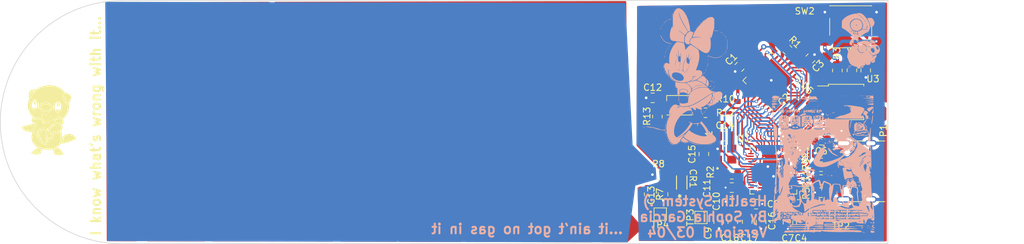
<source format=kicad_pcb>
(kicad_pcb (version 20221018) (generator pcbnew)
  (layers (0 "F.Cu" signal) (31 "B.Cu" signal) (34 "B.Paste" user) (35 "F.Paste" user) (36 "B.SilkS" user "B.Silkscreen") (37 "F.SilkS" user "F.Silkscreen") (38 "B.Mask" user) (39 "F.Mask" user) (44 "Edge.Cuts" user))
  (net 0 "")
  (net 1 "/GPIO29_ADC3")
  (net 2 "GND")
  (net 3 "VBUS")
  (net 4 "/USBCC")
  (net 5 "/USB_D+")
  (net 6 "/USB_D-")
  (net 7 "/USBVCONN")
  (net 8 "/CANH-")
  (net 9 "/CANL-")
  (net 10 "Net-(C15-Pad2)")
  (net 11 "/XOUT")
  (net 12 "Net-(R3-Pad1)")
  (net 13 "/QSPI_SS")
  (net 14 "+3V3")
  (net 15 "Net-(R7-Pad2)")
  (net 16 "unconnected-(R8-Pad1)")
  (net 17 "Net-(U1-USB_DP)")
  (net 18 "Net-(D1-RK)")
  (net 19 "/GPIO0")
  (net 20 "Net-(U1-USB_DM)")
  (net 21 "Net-(D1-GK)")
  (net 22 "/GPIO1")
  (net 23 "Net-(D1-BK)")
  (net 24 "/GPIO2")
  (net 25 "/ADC_AVDD")
  (net 26 "/XIN")
  (net 27 "+1V1")
  (net 28 "/SWCLK")
  (net 29 "/SWD")
  (net 30 "/GPIO20")
  (net 31 "/GPIO21")
  (net 32 "/QPI_SD2")
  (net 33 "/QPI_SD3")
  (net 34 "/QSPI_SCLK")
  (net 35 "/QPI_SD1")
  (net 36 "/QSPI_SD0")
  (net 37 "/GPIO11")
  (net 38 "/GPIO12")
  (net 39 "/GPIO13")
  (net 40 "/GPIO14")
  (net 41 "/GPIO15")
  (net 42 "/GPIO16")
  (net 43 "/GPIO4")
  (net 44 "/GPIO5")
  (net 45 "/GPIO6")
  (net 46 "/GPIO7")
  (net 47 "/GPIO8")
  (net 48 "/GPIO9")
  (net 49 "/GPIO10")
  (net 50 "Net-(U5-RXD)")
  (net 51 "/RXCAN")
  (net 56 "Net-(CR1-Pad2)")
  (net 57 "/GPIO3")
  (net 58 "/GPIO17")
  (net 59 "/GPIO18")
  (net 60 "/GPIO19")
  (net 61 "/GPIO22")
  (net 62 "/GPIO23")
  (net 63 "/GPIO24")
  (net 64 "/GPIO25")
  (net 65 "/GPIO26_ADC0")
  (net 66 "/GPIO27_ADC1")
  (net 67 "/GPIO28_ADC2")
  (footprint "Package_SO:SOIC-8_5.23x5.23mm_P1.27mm" (layer "F.Cu") (at 192.49 108.2)
    (fp_text reference "U3")
    (fp_text value "W25Q16JVSS" hide)
  )
  (footprint "Inductor_SMD:L_0603_1608Metric" (layer "F.Cu") (at 185.1275 123.75 180)
    (fp_text reference "L1" hide)
    (fp_text value "2506031027Y0" hide)
  )
  (footprint "Capacitor_SMD:C_0805_2012Metric" (layer "F.Cu") (at 173.86 113.45)
    (fp_text reference "C14")
    (fp_text value "15p" hide)
  )
  (footprint "Resistor_SMD:R_0805_2012Metric" (layer "F.Cu") (at 188.64 122.15 180)
    (fp_text reference "R5")
    (fp_text value "56k" hide)
  )
  (footprint "Resistor_SMD:R_0805_2012Metric" (layer "F.Cu") (at 163.62 119.38)
    (fp_text reference "R8")
    (fp_text value "2.4k" hide)
  )
  (footprint "TestPoint:TestPoint_Pad_1.5x1.5mm" (layer "F.Cu") (at 163.89 125.45 180)
    (fp_text reference "TP4")
    (fp_text value "TestPoint" hide)
  )
  (footprint "Resistor_SMD:R_0805_2012Metric" (layer "F.Cu") (at 170.85 109.86)
    (fp_text reference "R12")
    (fp_text value "330" hide)
  )
  (footprint "Capacitor_SMD:C_0805_2012Metric" (layer "F.Cu") (at 195.51 103.35 -90)
    (fp_text reference "C5")
    (fp_text value "100n" hide)
  )
  (footprint "Capacitor_SMD:C_0805_2012Metric" (layer "F.Cu") (at 186.998629 101.498629 -135)
    (fp_text reference "C3")
    (fp_text value "100n" hide)
  )
  (footprint "ABM8G_crystal:XTAL_ABM8G-12.000MHZ-4Y-T3" (layer "F.Cu") (at 173.8 116.22 90)
    (fp_text reference "Y1")
    (fp_text value "AMB8G-12.0Hz" hide)
  )
  (footprint "Capacitor_SMD:C_0805_2012Metric" (layer "F.Cu") (at 174.9 121.37 180)
    (fp_text reference "C11")
    (fp_text value "100n" hide)
  )
  (footprint "Capacitor_SMD:C_0805_2012Metric" (layer "F.Cu") (at 185.59 126.74 -90)
    (fp_text reference "C4")
    (fp_text value "100n" hide)
  )
  (footprint "LED_SMD:LED_Cree-PLCC4_3.2x2.8mm_CCW" (layer "F.Cu") (at 166.84 108.71)
    (fp_text reference "D1" hide)
    (fp_text value "CLV1L-FKB" hide)
  )
  (footprint "Package_DFN_QFN:QFN-28-1EP_6x6mm_P0.65mm_EP4.8x4.8mm" (layer "F.Cu") (at 180.997258 104.9 135)
    (fp_text reference "U5")
    (fp_text value "MCP25625T-E/ML" hide)
  )
  (footprint "Resistor_SMD:R_0805_2012Metric" (layer "F.Cu") (at 170.85 107.74)
    (fp_text reference "R10")
    (fp_text value "330" hide)
  )
  (footprint "Resistor_SMD:R_0805_2012Metric" (layer "F.Cu") (at 191.15 103.3575 -90)
    (fp_text reference "R3")
    (fp_text value "1k" hide)
  )
  (footprint "Capacitor_SMD:C_0805_2012Metric" (layer "F.Cu") (at 179.41 126.65 -90)
    (fp_text reference "C16")
    (fp_text value "100n" hide)
  )
  (footprint "Button_Switch_SMD:SW_Push_1P1T_NO_6x6mm_H9.5mm" (layer "F.Cu") (at 193.2 96.63 180)
    (fp_text reference "SW2")
    (fp_text value "SW_Push_Dual" hide)
  )
  (footprint "Capacitor_SMD:C_0805_2012Metric" (layer "F.Cu") (at 170.61 116.21 -90)
    (fp_text reference "C15")
    (fp_text value "15p" hide)
  )
  (footprint "in1418wx-tp:CR_SOD323_MCC" (layer "F.Cu") (at 167.2 120.5903 90)
    (fp_text reference "CR1")
    (fp_text value "1N4148WX-TP" hide)
  )
  (footprint "TestPoint:TestPoint_Pad_1.5x1.5mm" (layer "F.Cu") (at 170.16 125.97 90)
    (fp_text reference "TP3")
    (fp_text value "TestPoint" hide)
  )
  (footprint "Resistor_SMD:R_0805_2012Metric" (layer "F.Cu") (at 188.66 116.12 180)
    (fp_text reference "R14")
    (fp_text value "56k" hide)
  )
  (footprint "Capacitor_SMD:C_0805_2012Metric" (layer "F.Cu") (at 184.12 109.02 45)
    (fp_text reference "C2")
    (fp_text value "100n" hide)
  )
  (footprint "Resistor_SMD:R_0805_2012Metric" (layer "F.Cu") (at 183.47 100.16 -45)
    (fp_text reference "R1")
    (fp_text value "120" hide)
  )
  (footprint "Resistor_SMD:R_0805_2012Metric" (layer "F.Cu") (at 163.46 110.44 -90)
    (fp_text reference "R13")
    (fp_text value "330" hide)
  )
  (footprint "Capacitor_SMD:C_0805_2012Metric" (layer "F.Cu") (at 188.66 114.07 180)
    (fp_text reference "C6")
    (fp_text value "1u" hide)
  )
  (footprint "Resistor_SMD:R_0805_2012Metric" (layer "F.Cu") (at 193.39 103.33 -90)
    (fp_text reference "R6")
    (fp_text value "10k" hide)
  )
  (footprint "Package_TO_SOT_SMD:TSOT-23" (layer "F.Cu") (at 188.45 125.38 -90)
    (fp_text reference "U4" hide)
    (fp_text value "~")
  )
  (footprint "Capacitor_SMD:C_0805_2012Metric" (layer "F.Cu") (at 183.55 126.73 -90)
    (fp_text reference "C7")
    (fp_text value "10u" hide)
  )
  (footprint "graphics:oshowatt" (layer "F.Cu") (at 69.8464 110.9819)
    (fp_text reference "G")
    (fp_text value "LOGO" hide)
  )
  (footprint "Resistor_SMD:R_0805_2012Metric" (layer "F.Cu") (at 188.65 120.15 180)
    (fp_text reference "R11")
    (fp_text value "27" hide)
  )
  (footprint "Package_DFN_QFN:QFN-56-1EP_7x7mm_P0.4mm_EP3.2x3.2mm" (layer "F.Cu") (at 181.2925 118.76 -90)
    (fp_text reference "U1")
    (fp_text value "RP2040" hide)
  )
  (footprint "Capacitor_SMD:C_0805_2012Metric" (layer "F.Cu") (at 175.06 126.65 -90)
    (fp_text reference "C18")
    (fp_text value "100n" hide)
  )
  (footprint "Connector_USB:USB_C_Receptacle_GCT_USB4105-xx-A_16P_TopMnt_Horizontal" (layer "F.Cu") (at 195.2125 118.87 90)
    (fp_text reference "P1")
    (fp_text value "USB_C_Plug_USB2.0" hide)
  )
  (footprint "Capacitor_SMD:C_0805_2012Metric" (layer "F.Cu") (at 177.27 126.64 -90)
    (fp_text reference "C17")
    (fp_text value "100n" hide)
  )
  (footprint "Capacitor_SMD:C_0805_2012Metric" (layer "F.Cu") (at 162.73 107.57 180)
    (fp_text reference "C12")
    (fp_text value "1u" hide)
  )
  (footprint "Capacitor_SMD:C_0805_2012Metric" (layer "F.Cu") (at 164.33 122.4025 -90)
    (fp_text reference "C13")
    (fp_text value "1u" hide)
  )
  (footprint "Resistor_SMD:R_0805_2012Metric" (layer "F.Cu") (at 162.19 122.4025 -90)
    (fp_text reference "R7")
    (fp_text value "450m" hide)
  )
  (footprint "Capacitor_SMD:C_0805_2012Metric" (layer "F.Cu") (at 174.86 123.49 180)
    (fp_text reference "C10")
    (fp_text value "100n" hide)
  )
  (footprint "Capacitor_SMD:C_0805_2012Metric" (layer "F.Cu") (at 178.65 123.92)
    (fp_text reference "C8")
    (fp_text value "1u" hide)
  )
  (footprint "Capacitor_SMD:C_0805_2012Metric" (layer "F.Cu") (at 172.89 126.64 -90)
    (fp_text reference "C9")
    (fp_text value "1u" hide)
  )
  (footprint "Resistor_SMD:R_0805_2012Metric" (layer "F.Cu") (at 174.9025 119.32)
    (fp_text reference "R2")
    (fp_text value "1k" hide)
  )
  (footprint "Resistor_SMD:R_0805_2012Metric" (layer "F.Cu") (at 188.63 118.15 180)
    (fp_text reference "R9")
    (fp_text value "27" hide)
  )
  (footprint "TestPoint:TestPoint_Pad_1.5x1.5mm" (layer "F.Cu") (at 191.72 125.63 180)
    (fp_text reference "TP2")
    (fp_text value "TestPoint" hide)
  )
  (footprint "Capacitor_SMD:C_0805_2012Metric" (layer "F.Cu") (at 176.087258 102.8 -135)
    (fp_text reference "C1")
    (fp_text value "100n" hide)
  )
  (footprint "graphics:mamut" (layer "B.Cu") (at 189.21 117.52 180)
    (fp_text reference "G***" hide)
    (fp_text value "LOGO" hide)
  )
  (footprint "graphics:gir" (layer "B.Cu") (at 193.8 98.79 180)
    (fp_text reference "G***" hide)
    (fp_text value "LOGO" hide)
  )
  (footprint "graphics:minnie" (layer "B.Cu") (at 168.49 104.21 180)
    (fp_text reference "G***" hide)
    (fp_text value "LOGO" hide)
  )
  (gr_line (start 198.92 92.56) (end 81.06 92.62) (stroke (width 0.1)) (layer "Edge.Cuts"))
  (gr_arc locked (start 81.06 130.02) (mid 62.3577 111.3177) (end 81.06 92.6154) (stroke (width 0.1)) (layer "Edge.Cuts"))
  (gr_line (start 81.06 130.02) (end 198.91 129.96) (stroke (width 0.1)) (layer "Edge.Cuts"))
  (gr_line (start 198.91 129.96) (end 198.92 92.56) (stroke (width 0.1)) (layer "Edge.Cuts"))
  (gr_text "Health System :)\nBy Sophia Garcia \nVersion I 03/04" (at 180.55 129.16) (layer "B.SilkS") (effects (font (size 1.5 1.5) (thickness 0.3) bold) (justify left bottom mirror)))
  (gr_text "...it ain't got no gas in it" (at 158.3297 128.6114) (layer "B.SilkS") (effects (font (size 1.5 1.5) (thickness 0.3) bold) (justify left bottom mirror)))
  (gr_text "I know what's wrong with it...\n" (at 77.9056 128.9472 90) (layer "F.SilkS") (effects (font (size 1.5 1.5) (thickness 0.3) bold) (justify left bottom)))
  (segment (start 84.1498 127.7977) (end 84.1498 95.0577) (width 3) (layer "F.Cu") (net 0))
  (segment (start 94.4198 127.7177) (end 94.4198 94.9777) (width 3) (layer "F.Cu") (net 0))
  (segment (start 104.1798 127.5277) (end 104.1798 94.7877) (width 3) (layer "F.Cu") (net 0))
  (segment (start 114.1098 127.7577) (end 114.1098 95.0177) (width 3) (layer "F.Cu") (net 0))
  (segment (start 133.6498 127.7377) (end 133.6498 94.9977) (width 3) (layer "F.Cu") (net 0))
  (segment (start 123.5098 127.6777) (end 123.5098 94.9377) (width 3) (layer "F.Cu") (net 0))
  (segment (start 144.0698 127.5677) (end 144.0698 94.8277) (width 3) (layer "F.Cu") (net 0))
  (segment (start 154.1698 127.9477) (end 154.1698 95.2077) (width 3) (layer "F.Cu") (net 0))
  (segment (start 181.06 125.49) (end 183.1 123.45) (width 0.5) (layer "F.Cu") (net 1))
  (segment (start 183.4925 123.0475) (end 183.1 123.44) (width 0.2) (layer "F.Cu") (net 1))
  (segment (start 183.1 123.45) (end 183.1 123.44) (width 0.5) (layer "F.Cu") (net 1))
  (segment (start 169.46 128.75) (end 180.22 128.75) (width 0.5) (layer "F.Cu") (net 1))
  (segment (start 180.22 128.75) (end 181.06 127.91) (width 0.5) (layer "F.Cu") (net 1))
  (segment (start 181.06 127.91) (end 181.06 125.49) (width 0.5) (layer "F.Cu") (net 1))
  (segment (start 167.2 121.7206) (end 167.2 126.49) (width 0.5) (layer "F.Cu") (net 1))
  (segment (start 167.2 126.49) (end 169.46 128.75) (width 0.5) (layer "F.Cu") (net 1))
  (segment (start 183.4925 122.1975) (end 183.4925 123.0475) (width 0.2) (layer "F.Cu") (net 1))
  (segment (start 183.82 111.72) (end 182.93 110.83) (width 0.5) (layer "F.Cu") (net 2))
  (segment (start 186.43 126.85) (end 185.59 127.69) (width 0.5) (layer "F.Cu") (net 2))
  (segment (start 180.997258 104.887258) (end 180.98 104.87) (width 0.25) (layer "F.Cu") (net 2))
  (segment (start 183.53 127.72) (end 183.53 127.66) (width 0.5) (layer "F.Cu") (net 2))
  (segment (start 180.967258 104.87) (end 180.98 104.87) (width 0.25) (layer "F.Cu") (net 2))
  (segment (start 172.91 115.16) (end 172.7 115.37) (width 0.5) (layer "F.Cu") (net 2))
  (segment (start 182.93 110.83) (end 182.93 110.21) (width 0.5) (layer "F.Cu") (net 2))
  (segment (start 180.997258 104.9) (end 180.997258 104.887258) (width 0.25) (layer "F.Cu") (net 2))
  (segment (start 187.7475 114.1075) (end 187.7475 116.12) (width 0.5) (layer "F.Cu") (net 2))
  (segment (start 179.43 127.58) (end 179.41 127.6) (width 0.5) (layer "F.Cu") (net 2))
  (segment (start 173.08 115.37) (end 172.7 115.37) (width 0.25) (layer "F.Cu") (net 2))
  (segment (start 179.44 127.69) (end 177.28 127.6) (width 0.5) (layer "F.Cu") (net 2))
  (segment (start 178.239541 104.9) (end 180.997258 104.9) (width 0.25) (layer "F.Cu") (net 2))
  (segment (start 178.6 120.56) (end 177.855 120.56) (width 0.2) (layer "F.Cu") (net 2))
  (segment (start 192.1075 114.55) (end 191.95 114.55) (width 0.5) (layer "F.Cu") (net 2))
  (segment (start 191.95 114.55) (end 191.5325 114.9675) (width 0.5) (layer "F.Cu") (net 2))
  (segment (start 191.5325 114.9675) (end 191.5325 115.67) (width 0.5) (layer "F.Cu") (net 2))
  (segment (start 178.68 117.76) (end 177.855 117.76) (width 0.2) (layer "F.Cu") (net 2))
  (segment (start 172.88 127.55) (end 172.87 127.54) (width 0.5) (layer "F.Cu") (net 2))
  (segment (start 174.9 117.07) (end 174.78 117.07) (width 0.25) (layer "F.Cu") (net 2))
  (segment (start 170.61 115.26) (end 172.57 115.26) (width 0.5) (layer "F.Cu") (net 2))
  (segment (start 177.27 127.59) (end 175.07 127.59) (width 0.5) (layer "F.Cu") (net 2))
  (segment (start 177.28 127.6) (end 177.27 127.59) (width 0.5) (layer "F.Cu") (net 2))
  (segment (start 185.59 127.69) (end 183.56 127.69) (width 0.5) (layer "F.Cu") (net 2))
  (segment (start 174.78 117.07) (end 173.08 115.37) (width 0.25) (layer "F.Cu") (net 2))
  (segment (start 183.56 127.69) (end 183.59 127.72) (width 0.5) (layer "F.Cu") (net 2))
  (segment (start 191.5325 122.615) (end 192.1075 123.19) (width 0.5) (layer "F.Cu") (net 2))
  (segment (start 177.505918 105.633623) (end 178.239541 104.9) (width 0.25) (layer "F.Cu") (net 2))
  (segment (start 191.5325 122.07) (end 191.5325 122.615) (width 0.5) (layer "F.Cu") (net 2))
  (segment (start 175.07 127.59) (end 175.06 127.6) (width 0.5) (layer "F.Cu") (net 2))
  (segment (start 175.06 127.6) (end 172.9 127.6) (width 0.5) (layer "F.Cu") (net 2))
  (segment (start 178.884776 102.787518) (end 180.967258 104.87) (width 0.25) (layer "F.Cu") (net 2))
  (segment (start 172.57 115.26) (end 172.72 115.41) (width 0.5) (layer "F.Cu") (net 2))
  (segment (start 183.53 127.66) (end 183.55 127.68) (width 0.5) (layer "F.Cu") (net 2))
  (segment (start 179.41 127.6) (end 179.44 127.69) (width 0.5) (layer "F.Cu") (net 2))
  (segment (start 187.71 114.07) (end 187.7475 114.1075) (width 0.5) (layer "F.Cu") (net 2))
  (segment (start 178.8 117.64) (end 178.68 117.76) (width 0.2) (layer "F.Cu") (net 2))
  (segment (start 172.91 113.45) (end 172.91 115.16) (width 0.5) (layer "F.Cu") (net 2))
  (segment (start 188.45 126.69) (end 186.43 126.69) (width 0.5) (layer "F.Cu") (net 2))
  (segment (start 182.93 110.21) (end 183.448249 109.691751) (width 0.5) (layer "F.Cu") (net 2))
  (segment (start 183.59 127.72) (end 183.53 127.72) (width 0.5) (layer "F.Cu") (net 2))
  (via (at 189.225 94.38) (size 0.8) (drill 0.4) (layers "F.Cu" "B.Cu") (net 2))
  (via (at 182.24 118.1) (size 0.8) (drill 0.4) (layers "F.Cu" "B.Cu") (net 2))
  (via (at 180.98 104.87) (size 0.8) (drill 0.4) (layers "F.Cu" "B.Cu") (net 2))
  (via (at 195.53 104.42) (size 0.8) (drill 0.4) (layers "F.Cu" "B.Cu") (net 2))
  (via (at 172.94 127.67) (size 0.8) (drill 0.4) (layers "F.Cu" "B.Cu") (net 2))
  (via (at 188.89 110.105) (size 0.8) (drill 0.4) (layers "F.Cu" "B.Cu") (net 2))
  (via (at 183.53 127.72) (size 0.5) (drill 0.3) (layers "F.Cu" "B.Cu") (net 2))
  (via (at 164.3 123.37) (size 0.5) (drill 0.3) (layers "F.Cu" "B.Cu") (net 2))
  (via micro (at 178.6 120.56) (size 0.3) (drill 0.1) (layers "F.Cu" "B.Cu") (net 2))
  (via (at 197.175 94.38) (size 0.8) (drill 0.4) (layers "F.Cu" "B.Cu") (net 2))
  (via (at 175.42 103.51) (size 0.8) (drill 0.4) (layers "F.Cu" "B.Cu") (net 2))
  (via (at 172.72 115.41) (size 0.8) (drill 0.4) (layers "F.Cu" "B.Cu") (net 2))
  (via (at 181.32 119.64) (size 0.8) (drill 0.4) (layers "F.Cu" "B.Cu") (net 2))
  (via (at 179.58 123.89) (size 0.5) (drill 0.3) (layers "F.Cu" "B.Cu") (net 2))
  (via (at 161.73 107.56) (size 0.8) (drill 0.4) (layers "F.Cu" "B.Cu") (net 2))
  (via (at 187.71 116.07) (size 0.8) (drill 0.4) (layers "F.Cu" "B.Cu") (net 2))
  (via (at 180.45 118.14) (size 0.8) (drill 0.4) (layers "F.Cu" "B.Cu") (net 2))
  (via (at 173.95 121.37) (size 0.5) (drill 0.3) (layers "F.Cu" "B.Cu") (net 2))
  (via micro (at 178.8 117.64) (size 0.3) (drill 0.1) (layers "F.Cu" "B.Cu") (net 2))
  (via (at 179.44 127.69) (size 0.5) (drill 0.3) (layers "F.Cu" "B.Cu") (net 2))
  (via (at 173.94 123.53) (size 0.5) (drill 0.3) (layers "F.Cu" "B.Cu") (net 2))
  (via (at 187.73 122.13) (size 0.5) (drill 0.3) (layers "F.Cu" "B.Cu") (net 2))
  (via (at 183.82 111.72) (size 0.8) (drill 0.4) (layers "F.Cu" "B.Cu") (net 2))
  (via (at 187.63 100.91) (size 0.8) (drill 0.4) (layers "F.Cu" "B.Cu") (net 2))
  (segment (start 193.34 120.0475) (end 192.6575 120.73) (width 0.5) (layer "F.Cu") (net 3))
  (segment (start 176.77 101.93) (end 176.77 100.45) (width 0.5) (layer "F.Cu") (net 3))
  (segment (start 189.72 110.84) (end 188.7 110.84) (width 0.25) (layer "F.Cu") (net 3))
  (segment (start 177.298249 102.128249) (end 176.759009 102.128249) (width 0.25) (layer "F.Cu") (net 3))
  (segment (start 191.5325 121.27) (end 192.1175 121.27) (width 0.2) (layer "F.Cu") (net 3))
  (segment (start 189.4 124.07) (end 189.4 123.85) (width 0.2) (layer "F.Cu") (net 3))
  (segment (start 176.77 100.45) (end 180.47 96.75) (width 0.5) (layer "F.Cu") (net 3))
  (segment (start 192.6575 120.73) (end 192.2875 121.1) (width 0.2) (layer "F.Cu") (net 3))
  (segment (start 192.6575 117.01) (end 193.34 117.6925) (width 0.5) (layer "F.Cu") (net 3))
  (segment (start 189.4 123.85) (end 190.45 122.8) (width 0.25) (layer "F.Cu") (net 3))
  (segment (start 192.81 96.75) (end 197.13 101.07) (width 0.5) (layer "F.Cu") (net 3))
  (segment (start 178.417138 103.247138) (end 177.298249 102.128249) (width 0.25) (layer "F.Cu") (net 3))
  (segment (start 197.13 101.07) (end 197.13 104.74) (width 0.5) (layer "F.Cu") (net 3))
  (segment (start 193.34 117.6925) (end 193.34 120.0475) (width 0.5) (layer "F.Cu") (net 3))
  (segment (start 195.26 105.3) (end 190.91 109.65) (width 0.5) (layer "F.Cu") (net 3))
  (segment (start 190.45 122.8) (end 190.45 121.85) (width 0.25) (layer "F.Cu") (net 3))
  (segment (start 176.759009 101.940991) (end 176.77 101.93) (width 0.5) (layer "F.Cu") (net 3))
  (segment (start 180.47 96.75) (end 192.81 96.75) (width 0.5) (layer "F.Cu") (net 3))
  (segment (start 192.1175 116.47) (end 192.6575 117.01) (width 0.2) (layer "F.Cu") (net 3))
  (segment (start 196.57 105.3) (end 195.26 105.3) (width 0.5) (layer "F.Cu") (net 3))
  (segment (start 190.45 116.02) (end 190.45 114.91) (width 0.25) (layer "F.Cu") (net 3))
  (segment (start 190.45 121.85) (end 191.03 121.27) (width 0.25) (layer "F.Cu") (net 3))
  (segment (start 176.759009 102.128249) (end 176.759009 101.940991) (width 0.25) (layer "F.Cu") (net 3))
  (segment (start 178.425157 103.247138) (end 178.417138 103.247138) (width 0.25) (layer "F.Cu") (net 3))
  (segment (start 190.9 116.47) (end 190.45 116.02) (width 0.25) (layer "F.Cu") (net 3))
  (segment (start 191.03 121.27) (end 191.5325 121.27) (width 0.25) (layer "F.Cu") (net 3))
  (segment (start 188.41 111.13) (end 188.41 112.87) (width 0.25) (layer "F.Cu") (net 3))
  (segment (start 188.7 110.84) (end 188.41 111.13) (width 0.25) (layer "F.Cu") (net 3))
  (segment (start 188.41 112.87) (end 189.61 114.07) (width 0.25) (layer "F.Cu") (net 3))
  (segment (start 191.5325 116.47) (end 190.9 116.47) (width 0.25) (layer "F.Cu") (net 3))
  (segment (start 190.91 109.65) (end 189.72 110.84) (width 0.25) (layer "F.Cu") (net 3))
  (segment (start 190.45 114.91) (end 189.61 114.07) (width 0.25) (layer "F.Cu") (net 3))
  (segment (start 192.1175 121.27) (end 192.2875 121.1) (width 0.2) (layer "F.Cu") (net 3))
  (segment (start 197.13 104.74) (end 196.57 105.3) (width 0.5) (layer "F.Cu") (net 3))
  (segment (start 191.5325 116.47) (end 192.1175 116.47) (width 0.2) (layer "F.Cu") (net 3))
  (segment (start 189.5525 122.15) (end 189.5525 121.9075) (width 0.2) (layer "F.Cu") (net 4))
  (segment (start 190.83 120.12) (end 191.5325 120.12) (width 0.25) (layer "F.Cu") (net 4))
  (segment (start 190.61 120.34) (end 190.83 120.12) (width 0.25) (layer "F.Cu") (net 4))
  (segment (start 190.61 120.85) (end 190.61 120.34) (width 0.25) (layer "F.Cu") (net 4))
  (segment (start 190.22 121.24) (end 190.61 120.85) (width 0.25) (layer "F.Cu") (net 4))
  (segment (start 189.5525 121.9075) (end 190.22 121.24) (width 0.2) (layer "F.Cu") (net 4))
  (segment (start 192.21 118.12) (end 191.5325 118.12) (width 0.2) (layer "F.Cu") (net 5))
  (segment (start 192.22 119.12) (end 192.43 118.91) (width 0.2) (layer "F.Cu") (net 5))
  (segment (start 191.5325 119.12) (end 192.22 119.12) (width 0.2) (layer "F.Cu") (net 5))
  (segment (start 192.43 118.34) (end 192.21 118.12) (width 0.2) (layer "F.Cu") (net 5))
  (segment (start 191.5025 118.15) (end 191.5325 118.12) (width 0.2) (layer "F.Cu") (net 5))
  (segment (start 189.5425 118.15) (end 191.5025 118.15) (width 0.25) (layer "F.Cu") (net 5))
  (segment (start 192.43 118.91) (end 192.43 118.34) (width 0.2) (layer "F.Cu") (net 5))
  (segment (start 191.5325 118.62) (end 190.88 118.62) (width 0.2) (layer "F.Cu") (net 6))
  (segment (start 190.88 119.62) (end 191.5325 119.62) (width 0.2) (layer "F.Cu") (net 6))
  (segment (start 190.23 119.4) (end 190.63 119.4) (width 0.25) (layer "F.Cu") (net 6))
  (segment (start 189.5625 120.0675) (end 190.23 119.4) (width 0.25) (layer "F.Cu") (net 6))
  (segment (start 190.66 119.4) (end 190.88 119.62) (width 0.2) (layer "F.Cu") (net 6))
  (segment (start 190.64 118.86) (end 190.64 119.39) (width 0.2) (layer "F.Cu") (net 6))
  (segment (start 190.63 119.4) (end 190.66 119.4) (width 0.2) (layer "F.Cu") (net 6))
  (segment (start 190.88 118.62) (end 190.64 118.86) (width 0.2) (layer "F.Cu") (net 6))
  (segment (start 189.5625 120.15) (end 189.5625 120.0675) (width 0.2) (layer "F.Cu") (net 6))
  (segment (start 189.85 116.12) (end 190.85 117.12) (width 0.25) (layer "F.Cu") (net 7))
  (segment (start 191.5325 117.12) (end 191.5325 117.62) (width 0.2) (layer "F.Cu") (net 7))
  (segment (start 190.85 117.12) (end 191.5325 117.12) (width 0.25) (layer "F.Cu") (net 7))
  (segment (start 189.5725 116.12) (end 189.85 116.12) (width 0.2) (layer "F.Cu") (net 7))
  (segment (start 182.824765 99.514765) (end 182.755235 99.514765) (width 0.5) (layer "F.Cu") (net 8))
  (segment (start 182.755235 99.514765) (end 182.687258 99.582742) (width 0.5) (layer "F.Cu") (net 8))
  (segment (start 182.687258 101.34) (end 182.687258 101.122742) (width 0.25) (layer "F.Cu") (net 8))
  (segment (start 182.190501 101.86828) (end 182.687258 101.371523) (width 0.25) (layer "F.Cu") (net 8))
  (segment (start 182.687258 101.371523) (end 182.687258 101.34) (width 0.25) (layer "F.Cu") (net 8))
  (segment (start 182.687258 99.582742) (end 182.687258 101.122742) (width 0.5) (layer "F.Cu") (net 8))
  (segment (start 184.115235 100.805235) (end 184.115235 100.872023) (width 0.5) (layer "F.Cu") (net 9))
  (segment (start 182.659359 102.327899) (end 183.457258 101.53) (width 0.25) (layer "F.Cu") (net 9))
  (segment (start 184.115235 100.872023) (end 183.457258 101.53) (width 0.5) (layer "F.Cu") (net 9))
  (segment (start 182.65012 102.327899) (end 182.659359 102.327899) (width 0.25) (layer "F.Cu") (net 9))
  (segment (start 172.61 117.16) (end 172.7 117.07) (width 0.5) (layer "F.Cu") (net 10))
  (segment (start 173.99 118.36) (end 173.99 119.32) (width 0.5) (layer "F.Cu") (net 10))
  (segment (start 170.61 117.16) (end 172.61 117.16) (width 0.5) (layer "F.Cu") (net 10))
  (segment (start 172.7 117.07) (end 173.99 118.36) (width 0.5) (layer "F.Cu") (net 10))
  (segment (start 176.3075 119.32) (end 175.815 119.32) (width 0.25) (layer "F.Cu") (net 11))
  (segment (start 177 118.6275) (end 176.3075 119.32) (width 0.25) (layer "F.Cu") (net 11))
  (segment (start 177.855 118.56) (end 177.0675 118.56) (width 0.2) (layer "F.Cu") (net 11))
  (segment (start 177.0675 118.56) (end 177 118.6275) (width 0.2) (layer "F.Cu") (net 11))
  (segment (start 191.16 101.48) (end 191.16 102.435) (width 0.5) (layer "F.Cu") (net 12))
  (segment (start 191.16 102.435) (end 191.15 102.445) (width 0.5) (layer "F.Cu") (net 12))
  (segment (start 189.225 99.815) (end 189.225 98.88) (width 0.5) (layer "F.Cu") (net 12))
  (via (at 197.15 98.87) (size 0.5) (drill 0.3) (layers "F.Cu" "B.Cu") (net 12))
  (via (at 191.16 101.48) (size 0.5) (drill 0.3) (layers "F.Cu" "B.Cu") (net 12))
  (via (at 189.225 99.815) (size 0.5) (drill 0.3) (layers "F.Cu" "B.Cu") (net 12))
  (segment (start 189.225 99.815) (end 189.225 100.075) (width 0.5) (layer "B.Cu") (net 12))
  (segment (start 189.225 100.075) (end 189.94 100.79) (width 0.5) (layer "B.Cu") (net 12))
  (segment (start 189.94 100.79) (end 190.63 101.48) (width 0.5) (layer "B.Cu") (net 12))
  (segment (start 191.86 98.87) (end 189.94 100.79) (width 0.5) (layer "B.Cu") (net 12))
  (segment (start 190.63 101.48) (end 191.16 101.48) (width 0.5) (layer "B.Cu") (net 12))
  (segment (start 197.15 98.87) (end 191.86 98.87) (width 0.5) (layer "B.Cu") (net 12))
  (segment (start 189.7 105.02) (end 189.7 106.265) (width 0.5) (layer "F.Cu") (net 13))
  (segment (start 184.76 115.72) (end 184.76 116.13) (width 0.2) (layer "F.Cu") (net 13))
  (segment (start 186.46 108.36) (end 188.555 106.265) (width 0.25) (layer "F.Cu") (net 13))
  (segment (start 184.76 116.13) (end 184.73 116.16) (width 0.2) (layer "F.Cu") (net 13))
  (segment (start 191.15 104.27) (end 190.45 104.27) (width 0.5) (layer "F.Cu") (net 13))
  (segment (start 188.555 106.265) (end 189.7 106.265) (width 0.25) (layer "F.Cu") (net 13))
  (segment (start 184.76 113.08) (end 186.46 111.38) (width 0.25) (layer "F.Cu") (net 13))
  (segment (start 186.46 111.38) (end 186.46 108.36) (width 0.25) (layer "F.Cu") (net 13))
  (segment (start 184.76 115.72) (end 184.76 113.08) (width 0.25) (layer "F.Cu") (net 13))
  (segment (start 191.1775 104.2425) (end 191.15 104.27) (width 0.5) (layer "F.Cu") (net 13))
  (segment (start 193.39 104.2425) (end 191.1775 104.2425) (width 0.5) (layer "F.Cu") (net 13))
  (segment (start 190.45 104.27) (end 189.7 105.02) (width 0.5) (layer "F.Cu") (net 13))
  (segment (start 183.8925 121.5125) (end 183.8925 122.1975) (width 0.2) (layer "F.Cu") (net 14))
  (segment (start 183.8925 115.9575) (end 183.8925 115.3225) (width 0.2) (layer "F.Cu") (net 14))
  (segment (start 164.43 121.5925) (end 162.2925 121.5925) (width 0.25) (layer "F.Cu") (net 14))
  (segment (start 184.68 108.19) (end 183.367258 108.19) (width 0.5) (layer "F.Cu") (net 14))
  (segment (start 186.326878 102.17038) (end 183.91962 102.17038) (width 0.5) (layer "F.Cu") (net 14))
  (segment (start 184.8 112.17) (end 184.0425 112.9275) (width 0.5) (layer "F.Cu") (net 14))
  (segment (start 180.46 121.44) (end 183.82 121.44) (width 0.2) (layer "F.Cu") (net 14))
  (segment (start 180.2925 121.6075) (end 180.46 121.44) (width 0.2) (layer "F.Cu") (net 14))
  (segment (start 180.2925 122.1975) (end 180.2925 122.8625) (width 0.2) (layer "F.Cu") (net 14))
  (segment (start 185.291751 108.348249) (end 187.17 106.47) (width 0.5) (layer "F.Cu") (net 14))
  (segment (start 186.23 120.63) (end 185.9 120.96) (width 0.2) (layer "F.Cu") (net 14))
  (segment (start 187.17 106.47) (end 187.17 103.013502) (width 0.5) (layer "F.Cu") (net 14))
  (segment (start 184.8 109.7) (end 184.8 112.17) (width 0.5) (layer "F.Cu") (net 14))
  (segment (start 183.367258 108.19) (end 183.107258 107.93) (width 0.5) (layer "F.Cu") (net 14))
  (segment (start 183.55 124.54) (end 183.55 124.68) (width 0.2) (layer "F.Cu") (net 14))
  (segment (start 184.73 118.96) (end 184.11 118.96) (width 0.2) (layer "F.Cu") (net 14))
  (segment (start 184.34 123.75) (end 183.55 124.54) (width 0.2) (layer "F.Cu") (net 14))
  (segment (start 183.8925 115.3225) (end 183.8925 114.18) (width 0.2) (layer "F.Cu") (net 14))
  (segment (start 180.005 116.395) (end 180.2925 116.1075) (width 0.2) (layer "F.Cu") (net 14))
  (segment (start 185.9 120.96) (end 184.73 120.96) (width 0.2) (layer "F.Cu") (net 14))
  (segment (start 184.73 118.96) (end 186.04 118.96) (width 0.2) (layer "F.Cu") (net 14))
  (segment (start 184.0425 112.9275) (end 184.0425 114.03) (width 0.5) (layer "F.Cu") (net 14))
  (segment (start 183.55 124.68) (end 183.55 125.78) (width 0.2) (layer "F.Cu") (net 14))
  (segment (start 179.27 117.13) (end 179.27 118.44) (width 0.2) (layer "F.Cu") (net 14))
  (segment (start 186.23 119.15) (end 186.23 120.63) (width 0.2) (layer "F.Cu") (net 14))
  (segment (start 180.21 116.6) (end 183.25 116.6) (width 0.5) (layer "F.Cu") (net 14))
  (segment (start 180.2925 116.1075) (end 180.2925 115.3225) (width 0.2) (layer "F.Cu") (net 14))
  (segment (start 183.55 124.68) (end 186.89 124.68) (width 0.2) (layer "F.Cu") (net 14))
  (segment (start 178.75 118.96) (end 177.855 118.96) (width 0.2) (layer "F.Cu") (net 14))
  (segment (start 183.55 125.62) (end 183.55 125.26) (width 0.5) (layer "F.Cu") (net 14))
  (segment (start 183.63 116.98) (end 183.25 116.6) (width 0.2) (layer "F.Cu") (net 14))
  (segment (start 183.8925 123.3025) (end 184.34 123.75) (width 0.2) (layer "F.Cu") (net 14))
  (segment (start 184.791751 109.691751) (end 184.8 109.7) (width 0.5) (layer "F.Cu") (net 14))
  (segment (start 180.2925 122.8625) (end 180.73 123.3) (width 0.2) (layer "F.Cu") (net 14))
  (segment (start 179.41 125.7) (end 179.62 125.7) (width 0.2) (layer "F.Cu") (net 14))
  (segment (start 180.2925 122.1975) (end 180.2925 121.6075) (width 0.2) (layer "F.Cu") (net 14))
  (segment (start 184.791751 108.348249) (end 184.791751 109.691751) (width 0.5) (layer "F.Cu") (net 14))
  (segment (start 183.89 121.51) (end 183.8925 121.5125) (width 0.2) (layer "F.Cu") (net 14))
  (segment (start 186.04 118.96) (end 186.23 119.15) (width 0.2) (layer "F.Cu") (net 14))
  (segment (start 162.2925 121.5925) (end 162.19 121.49) (width 0.25) (layer "F.Cu") (net 14))
  (segment (start 183.71 116.98) (end 183.63 116.98) (width 0.2) (layer "F.Cu") (net 14))
  (segment (start 183.597258 102.3) (end 183.79 102.3) (width 0.25) (layer "F.Cu") (net 14))
  (segment (start 183.91962 102.17038) (end 183.79 102.3) (width 0.5) (layer "F.Cu") (net 14))
  (segment (start 182.65012 107.472862) (end 183.107258 107.93) (width 0.25) (layer "F.Cu") (net 14))
  (segment (start 184.73 120.96) (end 184.12 120.96) (width 0.2) (layer "F.Cu") (net 14))
  (segment (start 183.82 121.44) (end 183.89 121.51) (width 0.2) (layer "F.Cu") (net 14))
  (segment (start 184.73 119.36) (end 184.73 118.96) (width 0.2) (layer "F.Cu") (net 14))
  (segment (start 182.65012 107.472101) (end 182.65012 107.472862) (width 0.25) (layer "F.Cu") (net 14))
  (segment (start 183.8925 122.1975) (end 183.8925 123.3025) (width 0.2) (layer "F.Cu") (net 14))
  (segment (start 183.53 116.32) (end 183.8925 115.9575) (width 0.2) (layer "F.Cu") (net 14))
  (segment (start 183.25 116.6) (end 183.53 116.32) (width 0.5) (layer "F.Cu") (net 14))
  (segment (start 183.10974 102.787518) (end 183.597258 102.3) (width 0.25) (layer "F.Cu") (net 14))
  (segment (start 183.89 121.19) (end 183.89 121.51) (width 0.2) (layer "F.Cu") (net 14))
  (segment (start 180.005 116.395) (end 179.27 117.13) (width 0.2) (layer "F.Cu") (net 14))
  (segment (start 186.89 124.68) (end 187.5 124.07) (width 0.2) (layer "F.Cu") (net 14))
  (segment (start 164.12 108.01) (end 163.68 107.57) (width 0.5) (layer "F.Cu") (net 14))
  (segment (start 165.59 108.01) (end 164.12 108.01) (width 0.5) (layer "F.Cu") (net 14))
  (segment (start 187.17 103.013502) (end 186.326878 102.17038) (width 0.5) (layer "F.Cu") (net 14))
  (segment (start 184.12 120.96) (end 183.89 121.19) (width 0.2) (layer "F.Cu") (net 14))
  (segment (start 179.62 125.7) (end 180.71 124.61) (width 0.2) (layer "F.Cu") (net 14))
  (segment (start 180.005 116.395) (end 180.21 116.6) (width 0.5) (layer "F.Cu") (net 14))
  (segment (start 184.11 118.96) (end 183.99 119.08) (width 0.2) (layer "F.Cu") (net 14))
  (segment (start 184.791751 108.348249) (end 185.291751 108.348249) (width 0.5) (layer "F.Cu") (net 14))
  (segment (start 184.357258 102.27) (end 184.387258 102.3) (width 0.25) (layer "F.Cu") (net 14))
  (segment (start 183.8925 114.18) (end 184.0425 114.03) (width 0.2) (layer "F.Cu") (net 14))
  (segment (start 179.27 118.44) (end 178.75 118.96) (width 0.2) (layer "F.Cu") (net 14))
  (via (at 183.99 119.08) (size 0.3) (drill 0.2) (layers "F.Cu" "B.Cu") (net 14))
  (via (at 183.71 116.98) (size 0.3) (drill 0.2) (layers "F.Cu" "B.Cu") (net 14))
  (segment (start 183.99 119.08) (end 183.71 118.8) (width 0.2) (layer "B.Cu") (net 14))
  (segment (start 183.71 118.8) (end 183.71 116.98) (width 0.2) (layer "B.Cu") (net 14))
  (segment (start 162.19 123.75) (end 163.89 125.45) (width 0.5) (layer "F.Cu") (net 15))
  (segment (start 162.19 123.315) (end 162.19 123.75) (width 0.5) (layer "F.Cu") (net 15))
  (via (at 162.6951 119.3769) (size 0.8) (drill 0.4) (layers "F.Cu" "B.Cu") (net 16))
  (segment (start 114.0498 127.7277) (end 114.0498 94.9877) (width 3) (layer "B.Cu") (net 16))
  (segment (start 154.1098 127.9177) (end 154.1098 95.1777) (width 3) (layer "B.Cu") (net 16))
  (segment (start 84.0898 127.7677) (end 84.0898 95.0277) (width 3) (layer "B.Cu") (net 16))
  (segment (start 123.4498 127.6477) (end 123.4498 94.9077) (width 3) (layer "B.Cu") (net 16))
  (segment (start 94.3598 127.6877) (end 94.3598 94.9477) (width 3) (layer "B.Cu") (net 16))
  (segment (start 144.0098 127.5377) (end 144.0098 94.7977) (width 3) (layer "B.Cu") (net 16))
  (segment (start 104.1198 127.4977) (end 104.1198 94.7577) (width 3) (layer "B.Cu") (net 16))
  (segment (start 133.5898 127.7077) (end 133.5898 94.9677) (width 3) (layer "B.Cu") (net 16))
  (segment (start 185.4 119.76) (end 184.73 119.76) (width 0.2) (layer "F.Cu") (net 17))
  (segment (start 186.88 118.99) (end 186.86 118.99) (width 0.5) (layer "F.Cu") (net 17))
  (segment (start 186.87 119) (end 186.88 118.99) (width 0.5) (layer "F.Cu") (net 17))
  (segment (start 185.6 119.56) (end 185.62 119.54) (width 0.2) (layer "F.Cu") (net 17))
  (segment (start 186.86 118.99) (end 186.86 119.01) (width 0.5) (layer "F.Cu") (net 17))
  (segment (start 185.65 119.51) (end 185.4 119.76) (width 0.2) (layer "F.Cu") (net 17))
  (segment (start 187.7175 118.1525) (end 187.7175 118.15) (width 0.5) (layer "F.Cu") (net 17))
  (segment (start 185.62 119.51) (end 185.65 119.51) (width 0.2) (layer "F.Cu") (net 17))
  (segment (start 185.62 119.54) (end 185.62 119.51) (width 0.2) (layer "F.Cu") (net 17))
  (segment (start 186.86 119.01) (end 187.7175 118.1525) (width 0.5) (layer "F.Cu") (net 17))
  (via (at 185.62 119.51) (size 0.3) (drill 0.2) (layers "F.Cu" "B.Cu") (net 17))
  (via (at 186.86 118.99) (size 0.5) (drill 0.3) (layers "F.Cu" "B.Cu") (net 17))
  (segment (start 186.86 118.99) (end 186.34 119.51) (width 0.5) (layer "B.Cu") (net 17))
  (segment (start 186.34 119.51) (end 185.62 119.51) (width 0.5) (layer "B.Cu") (net 17))
  (segment (start 165.59 109.41) (end 165.4725 109.5275) (width 0.5) (layer "F.Cu") (net 18))
  (segment (start 165.4725 109.5275) (end 163.46 109.5275) (width 0.5) (layer "F.Cu") (net 18))
  (segment (start 179.09 112.15) (end 179.99 112.15) (width 0.25) (layer "F.Cu") (net 19))
  (segment (start 180.44 112.6) (end 180.44 113.27) (width 0.25) (layer "F.Cu") (net 19))
  (segment (start 183.4925 114.1825) (end 183.4925 115.3225) (width 0.2) (layer "F.Cu") (net 19))
  (segment (start 173.74 107.74) (end 171.7625 107.74) (width 0.5) (layer "F.Cu") (net 19))
  (segment (start 179.99 112.15) (end 180.44 112.6) (width 0.25) (layer "F.Cu") (net 19))
  (segment (start 182.8 113.49) (end 183.4925 114.1825) (width 0.2) (layer "F.Cu") (net 19))
  (segment (start 175.14 109.14) (end 173.74 107.74) (width 0.5) (layer "F.Cu") (net 19))
  (segment (start 180.44 113.27) (end 180.45 113.28) (width 0.25) (layer "F.Cu") (net 19))
  (segment (start 176.08 109.14) (end 179.09 112.15) (width 0.25) (layer "F.Cu") (net 19))
  (segment (start 175.14 109.14) (end 176.08 109.14) (width 0.25) (layer "F.Cu") (net 19))
  (via (at 182.8 113.49) (size 0.5) (drill 0.3) (layers "F.Cu" "B.Cu") (net 19))
  (via micro (at 180.45 113.28) (size 0.3) (drill 0.1) (layers "F.Cu" "B.Cu") (net 19))
  (segment (start 182.8 113.49) (end 180.64 113.49) (width 0.25) (layer "B.Cu") (net 19))
  (segment (start 180.45 113.3) (end 180.45 113.28) (width 0.25) (layer "B.Cu") (net 19))
  (segment (start 180.64 113.49) (end 180.45 113.3) (width 0.25) (layer "B.Cu") (net 19))
  (segment (start 184.73 120.16) (end 185.63 120.16) (width 0.2) (layer "F.Cu") (net 20))
  (segment (start 185.71 120.16) (end 185.71 120.08) (width 0.2) (layer "F.Cu") (net 20))
  (segment (start 186.88 120) (end 187.02 120.14) (width 0.5) (layer "F.Cu") (net 20))
  (segment (start 185.63 120.16) (end 185.71 120.16) (width 0.2) (layer "F.Cu") (net 20))
  (segment (start 187.03 120.15) (end 187.02 120.14) (width 0.5) (layer "F.Cu") (net 20))
  (segment (start 186.88 120.14) (end 186.88 120) (width 0.5) (layer "F.Cu") (net 20))
  (segment (start 185.71 120.08) (end 185.67 120.12) (width 0.2) (layer "F.Cu") (net 20))
  (segment (start 187.02 120.14) (end 186.88 120.14) (width 0.5) (layer "F.Cu") (net 20))
  (segment (start 185.63 120.16) (end 185.63 120.16) (width 0.2) (layer "F.Cu") (net 20))
  (segment (start 187.7375 120.15) (end 187.03 120.15) (width 0.5) (layer "F.Cu") (net 20))
  (via (at 186.88 120.14) (size 0.5) (drill 0.3) (layers "F.Cu" "B.Cu") (net 20))
  (via (at 185.71 120.16) (size 0.3) (drill 0.2) (layers "F.Cu" "B.Cu") (net 20))
  (segment (start 186.81 120.21) (end 185.71 120.21) (width 0.5) (layer "B.Cu") (net 20))
  (segment (start 186.88 120.14) (end 186.81 120.21) (width 0.5) (layer "B.Cu") (net 20))
  (segment (start 168.09 109.41) (end 169.4875 109.41) (width 0.5) (layer "F.Cu") (net 21))
  (segment (start 169.4875 109.41) (end 169.9375 109.86) (width 0.5) (layer "F.Cu") (net 21))
  (segment (start 177.84 114.08) (end 177.83 114.08) (width 0.25) (layer "F.Cu") (net 22))
  (segment (start 174.72 109.86) (end 174.73 109.87) (width 0.5) (layer "F.Cu") (net 22))
  (segment (start 171.7625 109.86) (end 174.72 109.86) (width 0.5) (layer "F.Cu") (net 22))
  (segment (start 177.84 114.08) (end 177.37 114.08) (width 0.25) (layer "F.Cu") (net 22))
  (segment (start 183.0925 114.4025) (end 182.88 114.19) (width 0.2) (layer "F.Cu") (net 22))
  (segment (start 175.91 109.86) (end 174.74 109.86) (width 0.25) (layer "F.Cu") (net 22))
  (segment (start 177.37 114.08) (end 176.49 113.2) (width 0.25) (layer "F.Cu") (net 22))
  (segment (start 176.49 110.44) (end 175.91 109.86) (width 0.25) (layer "F.Cu") (net 22))
  (segment (start 174.74 109.86) (end 174.73 109.87) (width 0.25) (layer "F.Cu") (net 22))
  (segment (start 183.0925 115.3225) (end 183.0925 114.4025) (width 0.2) (layer "F.Cu") (net 22))
  (segment (start 182.88 114.19) (end 182.49 114.19) (width 0.2) (layer "F.Cu") (net 22))
  (segment (start 176.49 113.2) (end 176.49 110.44) (width 0.25) (layer "F.Cu") (net 22))
  (via (at 182.49 114.19) (size 0.3) (drill 0.2) (layers "F.Cu" "B.Cu") (net 22))
  (via (at 177.84 114.08) (size 0.3) (drill 0.2) (layers "F.Cu" "B.Cu") (net 22))
  (segment (start 182.49 114.19) (end 177.95 114.19) (width 0.25) (layer "B.Cu") (net 22))
  (segment (start 177.95 114.19) (end 177.84 114.08) (width 0.25) (layer "B.Cu") (net 22))
  (segment (start 169.6675 108.01) (end 169.9375 107.74) (width 0.5) (layer "F.Cu") (net 23))
  (segment (start 168.09 108.01) (end 169.6675 108.01) (width 0.5) (layer "F.Cu") (net 23))
  (segment (start 182.6925 115.9375) (end 182.65 115.98) (width 0.2) (layer "F.Cu") (net 24))
  (segment (start 165.455 111.34) (end 165.4425 111.3525) (width 0.5) (layer "F.Cu") (net 24))
  (segment (start 182.6925 115.3225) (end 182.6925 115.9375) (width 0.2) (layer "F.Cu") (net 24))
  (segment (start 174.54 112.15) (end 173.73 111.34) (width 0.5) (layer "F.Cu") (net 24))
  (segment (start 165.4425 111.3525) (end 163.46 111.3525) (width 0.5) (layer "F.Cu") (net 24))
  (segment (start 173.73 111.34) (end 165.455 111.34) (width 0.5) (layer "F.Cu") (net 24))
  (via (at 182.65 115.98) (size 0.3) (drill 0.2) (layers "F.Cu" "B.Cu") (net 24))
  (via (at 174.54 112.15) (size 0.5) (drill 0.3) (layers "F.Cu" "B.Cu") (net 24))
  (segment (start 181.68 116.95) (end 182.65 115.98) (width 0.25) (layer "B.Cu") (net 24))
  (segment (start 178.41 116.95) (end 181.68 116.95) (width 0.25) (layer "B.Cu") (net 24))
  (segment (start 174.54 115.54) (end 174.54 112.15) (width 0.5) (layer "B.Cu") (net 24))
  (segment (start 177.65 117.71) (end 178.41 116.95) (width 0.25) (layer "B.Cu") (net 24))
  (segment (start 176.58 117.71) (end 177.65 117.71) (width 0.25) (layer "B.Cu") (net 24))
  (segment (start 174.54 115.54) (end 174.54 115.67) (width 0.25) (layer "B.Cu") (net 24))
  (segment (start 182.67 115.98) (end 182.67 115.98) (width 0.25) (layer "B.Cu") (net 24))
  (segment (start 174.54 115.67) (end 176.58 117.71) (width 0.25) (layer "B.Cu") (net 24))
  (segment (start 182.65 115.98) (end 182.67 115.98) (width 0.25) (layer "B.Cu") (net 24))
  (segment (start 188.44 124.81) (end 187.46 125.79) (width 0.2) (layer "F.Cu") (net 25))
  (segment (start 185.38 121.87) (end 185.915 122.405) (width 0.5) (layer "F.Cu") (net 25))
  (segment (start 184.73 121.82) (end 184.78 121.87) (width 0.2) (layer "F.Cu") (net 25))
  (segment (start 184.73 121.36) (end 184.73 121.82) (width 0.2) (layer "F.Cu") (net 25))
  (segment (start 188.51 123.51) (end 188.51 124.74) (width 0.2) (layer "F.Cu") (net 25))
  (segment (start 188.16 123.16) (end 188.51 123.51) (width 0.2) (layer "F.Cu") (net 25))
  (segment (start 191.52 125.43) (end 191.72 125.63) (width 0.5) (layer "F.Cu") (net 25))
  (segment (start 185.915 123.75) (end 186.36 123.75) (width 0.2) (layer "F.Cu") (net 25))
  (segment (start 189.26 125.63) (end 191.72 125.63) (width 0.5) (layer "F.Cu") (net 25))
  (segment (start 185.915 122.405) (end 185.915 123.75) (width 0.5) (layer "F.Cu") (net 25))
  (segment (start 188.51 124.74) (end 188.44 124.81) (width 0.2) (layer "F.Cu") (net 25))
  (segment (start 185.915 125.465) (end 185.59 125.79) (width 0.2) (layer "F.Cu") (net 25))
  (segment (start 184.78 121.87) (end 185.38 121.87) (width 0.5) (layer "F.Cu") (net 25))
  (segment (start 186.36 123.75) (end 186.95 123.16) (width 0.2) (layer "F.Cu") (net 25))
  (segment (start 186.95 123.16) (end 188.16 123.16) (width 0.2) (layer "F.Cu") (net 25))
  (segment (start 187.46 125.79) (end 185.59 125.79) (width 0.2) (layer "F.Cu") (net 25))
  (segment (start 188.44 124.81) (end 189.26 125.63) (width 0.5) (layer "F.Cu") (net 25))
  (segment (start 177.17 118.135) (end 176.385 118.135) (width 0.25) (layer "F.Cu") (net 26))
  (segment (start 176.04 116.3575) (end 175.0525 115.37) (width 0.25) (layer "F.Cu") (net 26))
  (segment (start 174.81 113.45) (end 174.81 115.28) (width 0.5) (layer "F.Cu") (net 26))
  (segment (start 174.81 115.28) (end 174.9 115.37) (width 0.5) (layer "F.Cu") (net 26))
  (segment (start 176.385 118.135) (end 176.04 117.79) (width 0.25) (layer "F.Cu") (net 26))
  (segment (start 176.04 117.79) (end 176.04 116.3575) (width 0.25) (layer "F.Cu") (net 26))
  (segment (start 177.855 118.16) (end 177.17 118.16) (width 0.2) (layer "F.Cu") (net 26))
  (segment (start 174.9325 115.37) (end 174.9 115.37) (width 0.2) (layer "F.Cu") (net 26))
  (segment (start 175.81 123.49) (end 175.81 121.41) (width 0.5) (layer "F.Cu") (net 27))
  (segment (start 179.21 120.69) (end 179.21 119.6) (width 0.5) (layer "F.Cu") (net 27))
  (segment (start 176.87 120.49) (end 176.87 119.79) (width 0.2) (layer "F.Cu") (net 27))
  (segment (start 178.97 119.36) (end 179.12 119.51) (width 0.2) (layer "F.Cu") (net 27))
  (segment (start 183.34 120.56) (end 184.73 120.56) (width 0.2) (layer "F.Cu") (net 27))
  (segment (start 183.37 118.81) (end 183.37 120.53) (width 0.5) (layer "F.Cu") (net 27))
  (segment (start 176.31 121.37) (end 175.85 121.37) (width 0.5) (layer "F.Cu") (net 27))
  (segment (start 183.62 118.56) (end 184.73 118.56) (width 0.2) (layer "F.Cu") (net 27))
  (segment (start 183.33 120.57) (end 183.07 120.83) (width 0.5) (layer "F.Cu") (net 27))
  (segment (start 175.81 121.41) (end 175.85 121.37) (width 0.5) (layer "F.Cu") (net 27))
  (segment (start 176.87 119.79) (end 177.3 119.36) (width 0.2) (layer "F.Cu") (net 27))
  (segment (start 183.07 120.83) (end 179.35 120.83) (width 0.5) (layer "F.Cu") (net 27))
  (segment (start 176.7775 120.5825) (end 176.87 120.49) (width 0.2) (layer "F.Cu") (net 27))
  (segment (start 183.37 120.53) (end 183.33 120.57) (width 0.5) (layer "F.Cu") (net 27))
  (segment (start 176.7775 120.9025) (end 176.31 121.37) (width 0.5) (layer "F.Cu") (net 27))
  (segment (start 183.53 118.65) (end 183.37 118.81) (width 0.5) (layer "F.Cu") (net 27))
  (segment (start 183.53 118.65) (end 183.62 118.56) (width 0.2) (layer "F.Cu") (net 27))
  (segment (start 177.855 119.36) (end 178.97 119.36) (width 0.2) (layer "F.Cu") (net 27))
  (segment (start 177.3 119.36) (end 177.855 119.36) (width 0.2) (layer "F.Cu") (net 27))
  (segment (start 176.24 123.92) (end 175.81 123.49) (width 0.5) (layer "F.Cu") (net 27))
  (segment (start 183.33 120.57) (end 183.34 120.56) (width 0.2) (layer "F.Cu") (net 27))
  (segment (start 179.35 120.83) (end 179.21 120.69) (width 0.5) (layer "F.Cu") (net 27))
  (segment (start 177.7 123.92) (end 176.24 123.92) (width 0.5) (layer "F.Cu") (net 27))
  (segment (start 179.21 119.6) (end 179.12 119.51) (width 0.5) (layer "F.Cu") (net 27))
  (segment (start 176.7775 120.5825) (end 176.7775 120.9025) (width 0.5) (layer "F.Cu") (net 27))
  (segment (start 179.66 121.42) (end 179.61 121.42) (width 0.2) (layer "F.Cu") (net 31))
  (segment (start 179.8925 122.1975) (end 179.8925 121.6525) (width 0.2) (layer "F.Cu") (net 31))
  (segment (start 176.803623 104.166377) (end 177.505918 104.166377) (width 0.5) (layer "F.Cu") (net 31))
  (segment (start 179.6 121.41) (end 179.61 121.42) (width 0.25) (layer "F.Cu") (net 31))
  (segment (start 175.83 105.14) (end 176.803623 104.166377) (width 0.5) (layer "F.Cu") (net 31))
  (segment (start 179.04 121.41) (end 179.6 121.41) (width 0.25) (layer "F.Cu") (net 31))
  (segment (start 179.8925 121.6525) (end 179.66 121.42) (width 0.2) (layer "F.Cu") (net 31))
  (segment (start 175.83 107.03) (end 175.83 105.14) (width 0.5) (layer "F.Cu") (net 31))
  (segment (start 178.9 121.27) (end 179.04 121.41) (width 0.25) (layer "F.Cu") (net 31))
  (via (at 178.9 121.27) (size 0.3) (drill 0.2) (layers "F.Cu" "B.Cu") (net 31))
  (via (at 175.83 107.03) (size 0.5) (drill 0.3) (layers "F.Cu" "B.Cu") (net 31))
  (segment (start 178.9 121.27) (end 178.72 121.09) (width 0.25) (layer "B.Cu") (net 31))
  (segment (start 173.78 110.04) (end 175.84 107.98) (width 0.25) (layer "B.Cu") (net 31))
  (segment (start 175.84 107.04) (end 175.83 107.03) (width 0.25) (layer "B.Cu") (net 31))
  (segment (start 177.33 120.53) (end 177.33 119) (width 0.25) (layer "B.Cu") (net 31))
  (segment (start 173.78 117.22) (end 173.78 110.04) (width 0.25) (layer "B.Cu") (net 31))
  (segment (start 175.84 107.98) (end 175.84 107.04) (width 0.25) (layer "B.Cu") (net 31))
  (segment (start 178.72 121.09) (end 177.89 121.09) (width 0.25) (layer "B.Cu") (net 31))
  (segment (start 176.84 118.51) (end 175.07 118.51) (width 0.25) (layer "B.Cu") (net 31))
  (segment (start 177.89 121.09) (end 177.33 120.53) (width 0.25) (layer "B.Cu") (net 31))
  (segment (start 177.33 119) (end 176.84 118.51) (width 0.25) (layer "B.Cu") (net 31))
  (segment (start 175.07 118.51) (end 173.78 117.22) (width 0.25) (layer "B.Cu") (net 31))
  (segment (start 185.73 118.16) (end 184.73 118.16) (width 0.2) (layer "F.Cu") (net 32))
  (segment (start 187.985 108.835) (end 188.89 108.835) (width 0.25) (layer "F.Cu") (net 32))
  (segment (start 186.74 112.47) (end 187.48 111.73) (width 0.25) (layer "F.Cu") (net 32))
  (segment (start 186.34 118.19) (end 186.74 117.79) (width 0.25) (layer "F.Cu") (net 32))
  (segment (start 187.48 111.73) (end 187.48 109.34) (width 0.25) (layer "F.Cu") (net 32))
  (segment (start 187.48 109.34) (end 187.985 108.835) (width 0.25) (layer "F.Cu") (net 32))
  (segment (start 186.74 117.79) (end 186.74 112.47) (width 0.25) (layer "F.Cu") (net 32))
  (segment (start 185.76 118.19) (end 186.34 118.19) (width 0.25) (layer "F.Cu") (net 32))
  (segment (start 185.76 118.19) (end 185.73 118.16) (width 0.2) (layer "F.Cu") (net 32))
  (segment (start 191.79 112.64) (end 191.84 112.64) (width 0.5) (layer "F.Cu") (net 33))
  (segment (start 196.09 107.565) (end 196.785 107.565) (width 0.5) (layer "F.Cu") (net 33))
  (segment (start 196.59 112.64) (end 191.79 112.64) (width 0.5) (layer "F.Cu") (net 33))
  (segment (start 198.44 110.79) (end 196.59 112.64) (width 0.5) (layer "F.Cu") (net 33))
  (segment (start 198.44 109.22) (end 198.44 110.79) (width 0.5) (layer "F.Cu") (net 33))
  (segment (start 186.23 117.56) (end 186.03 117.76) (width 0.2) (layer "F.Cu") (net 33))
  (segment (start 196.785 107.565) (end 198.44 109.22) (width 0.5) (layer "F.Cu") (net 33))
  (segment (start 186.03 117.76) (end 184.73 117.76) (width 0.2) (layer "F.Cu") (net 33))
  (via (at 186.23 117.56) (size 0.3) (drill 0.2) (layers "F.Cu" "B.Cu") (net 33))
  (via (at 191.79 112.64) (size 0.5) (drill 0.3) (layers "F.Cu" "B.Cu") (net 33))
  (segment (start 186.93 114.51) (end 188.34 113.1) (width 0.25) (layer "B.Cu") (net 33))
  (segment (start 188.34 113.1) (end 191.23 113.1) (width 0.25) (layer "B.Cu") (net 33))
  (segment (start 191.69 112.64) (end 191.79 112.64) (width 0.25) (layer "B.Cu") (net 33))
  (segment (start 186.23 117.56) (end 186.93 116.86) (width 0.25) (layer "B.Cu") (net 33))
  (segment (start 186.93 116.86) (end 186.93 114.51) (width 0.25) (layer "B.Cu") (net 33))
  (segment (start 191.23 113.1) (end 191.69 112.64) (width 0.25) (layer "B.Cu") (net 33))
  (segment (start 191.56 111.55) (end 196.6 111.55) (width 0.5) (layer "F.Cu") (net 34))
  (segment (start 197.69 110.46) (end 197.69 109.64) (width 0.5) (layer "F.Cu") (net 34))
  (segment (start 186.17 116.86) (end 185.67 117.36) (width 0.2) (layer "F.Cu") (net 34))
  (segment (start 186.21 116.86) (end 186.17 116.86) (width 0.2) (layer "F.Cu") (net 34))
  (segment (start 190.76 112.35) (end 191.56 111.55) (width 0.5) (layer "F.Cu") (net 34))
  (segment (start 196.885 108.835) (end 196.09 108.835) (width 0.5) (layer "F.Cu") (net 34))
  (segment (start 196.6 111.55) (end 197.69 110.46) (width 0.5) (layer "F.Cu") (net 34))
  (segment (start 185.67 117.36) (end 184.73 117.36) (width 0.2) (layer "F.Cu") (net 34))
  (segment (start 189.04 112.35) (end 190.76 112.35) (width 0.5) (layer "F.Cu") (net 34))
  (segment (start 197.69 109.64) (end 196.885 108.835) (width 0.5) (layer "F.Cu") (net 34))
  (via (at 186.21 116.86) (size 0.3) (drill 0.2) (layers "F.Cu" "B.Cu") (net 34))
  (via (at 189.04 112.35) (size 0.5) (drill 0.3) (layers "F.Cu" "B.Cu") (net 34))
  (segment (start 186.36 113.525686) (end 187.535686 112.35) (width 0.2) (layer "B.Cu") (net 34))
  (segment (start 186.21 116.86) (end 186.36 116.71) (width 0.2) (layer "B.Cu") (net 34))
  (segment (start 186.36 116.71) (end 186.36 113.525686) (width 0.2) (layer "B.Cu") (net 34))
  (segment (start 187.535686 112.35) (end 189.04 112.35) (width 0.2) (layer "B.Cu") (net 34))
  (segment (start 186.99 111.55) (end 186.99 108.63) (width 0.25) (layer "F.Cu") (net 35))
  (segment (start 188.055 107.565) (end 188.89 107.565) (width 0.25) (layer "F.Cu") (net 35))
  (segment (start 186.18 112.36) (end 186.99 111.55) (width 0.25) (layer "F.Cu") (net 35))
  (segment (start 186.18 115.91) (end 186.18 112.36) (width 0.25) (layer "F.Cu") (net 35))
  (segment (start 186.17 115.92) (end 186.18 115.91) (width 0.25) (layer "F.Cu") (net 35))
  (segment (start 186.17 115.92) (end 186.17 116.25) (width 0.2) (layer "F.Cu") (net 35))
  (segment (start 185.46 116.96) (end 184.73 116.96) (width 0.2) (layer "F.Cu") (net 35))
  (segment (start 186.17 116.25) (end 185.46 116.96) (width 0.2) (layer "F.Cu") (net 35))
  (segment (start 186.99 108.63) (end 188.055 107.565) (width 0.25) (layer "F.Cu") (net 35))
  (segment (start 189.18 111.64) (end 190.33 111.64) (width 0.5) (layer "F.Cu") (net 36))
  (segment (start 185.4 115.63) (end 185.7 115.93) (width 0.2) (layer "F.Cu") (net 36))
  (segment (start 188.99 111.45) (end 189.18 111.64) (width 0.5) (layer "F.Cu") (net 36))
  (segment (start 190.33 111.64) (end 191.895 110.075) (width 0.5) (layer "F.Cu") (net 36))
  (segment (start 185.29 116.56) (end 184.73 116.56) (width 0.2) (layer "F.Cu") (net 36))
  (segment (start 185.7 115.93) (end 185.7 116.15) (width 0.2) (layer "F.Cu") (net 36))
  (segment (start 185.7 116.15) (end 185.29 116.56) (width 0.2) (layer "F.Cu") (net 36))
  (segment (start 196.06 110.075) (end 196.09 110.105) (width 0.5) (layer "F.Cu") (net 36))
  (segment (start 191.895 110.075) (end 196.06 110.075) (width 0.5) (layer "F.Cu") (net 36))
  (via (at 185.4 115.63) (size 0.5) (drill 0.3) (layers "F.Cu" "B.Cu") (net 36))
  (via (at 188.99 111.45) (size 0.5) (drill 0.3) (layers "F.Cu" "B.Cu") (net 36))
  (segment (start 185.37 113.59) (end 185.37 115.6) (width 0.2) (layer "B.Cu") (net 36))
  (segment (start 188.99 111.45) (end 187.51 111.45) (width 0.2) (layer "B.Cu") (net 36))
  (segment (start 187.51 111.45) (end 185.37 113.59) (width 0.2) (layer "B.Cu") (net 36))
  (segment (start 185.37 115.6) (end 185.4 115.63) (width 0.2) (layer "B.Cu") (net 36))
  (segment (start 179.804015 107.955985) (end 179.804015 107.93172) (width 0.25) (layer "F.Cu") (net 37))
  (segment (start 175.8 113.24) (end 177.21 114.65) (width 0.25) (layer "F.Cu") (net 37))
  (segment (start 175.8 110.68) (end 175.8 113.24) (width 0.25) (layer "F.Cu") (net 37))
  (segment (start 178.02 114.65) (end 178.6925 115.3225) (width 0.2) (layer "F.Cu") (net 37))
  (segment (start 177.21 114.65) (end 178.02 114.65) (width 0.25) (layer "F.Cu") (net 37))
  (segment (start 178.87 108.89) (end 179.804015 107.955985) (width 0.25) (layer "F.Cu") (net 37))
  (via (at 175.8 110.68) (size 0.5) (drill 0.3) (layers "F.Cu" "B.Cu") (net 37))
  (via (at 178.87 108.89) (size 0.5) (drill 0.3) (layers "F.Cu" "B.Cu") (net 37))
  (segment (start 177.21 108.89) (end 178.87 108.89) (width 0.25) (layer "B.Cu") (net 37))
  (segment (start 175.8 110.3) (end 177.21 108.89) (width 0.25) (layer "B.Cu") (net 37))
  (segment (start 175.8 110.68) (end 175.8 110.3) (width 0.25) (layer "B.Cu") (net 37))
  (segment (start 179.592487 109.062487) (end 179.592488 109.062487) (width 0.25) (layer "F.Cu") (net 38))
  (segment (start 179.592488 109.062487) (end 180.263635 108.39134) (width 0.25) (layer "F.Cu") (net 38))
  (segment (start 176.99 115.43) (end 177.54 115.43) (width 0.25) (layer "F.Cu") (net 38))
  (segment (start 177.54 115.43) (end 177.87 115.76) (width 0.25) (layer "F.Cu") (net 38))
  (segment (start 177.87 115.76) (end 177.855 115.775) (width 0.2) (layer "F.Cu") (net 38))
  (segment (start 177.855 115.775) (end 177.855 116.16) (width 0.2) (layer "F.Cu") (net 38))
  (segment (start 176.19 114.63) (end 176.99 115.43) (width 0.25) (layer "F.Cu") (net 38))
  (via (at 179.592487 109.062487) (size 0.5) (drill 0.3) (layers "F.Cu" "B.Cu") (net 38))
  (via (at 176.19 114.63) (size 0.5) (drill 0.3) (layers "F.Cu" "B.Cu") (net 38))
  (segment (start 175.96 111.43) (end 176.78 110.61) (width 0.25) (layer "B.Cu") (net 38))
  (segment (start 177.48 109.48) (end 179.19 109.48) (width 0.25) (layer "B.Cu") (net 38))
  (segment (start 175.96 114.4) (end 175.96 111.43) (width 0.25) (layer "B.Cu") (net 38))
  (segment (start 179.19 109.48) (end 179.592487 109.077513) (width 0.25) (layer "B.Cu") (net 38))
  (segment (start 179.592487 109.077513) (end 179.592487 109.062487) (width 0.25) (layer "B.Cu") (net 38))
  (segment (start 176.19 114.63) (end 175.96 114.4) (width 0.25) (layer "B.Cu") (net 38))
  (segment (start 176.78 110.18) (end 177.48 109.48) (width 0.25) (layer "B.Cu") (net 38))
  (segment (start 176.78 110.61) (end 176.78 110.18) (width 0.25) (layer "B.Cu") (net 38))
  (segment (start 180.19 109.51) (end 180.62 109.08) (width 0.25) (layer "F.Cu") (net 39))
  (segment (start 181.71866 108.39134) (end 181.730881 108.39134) (width 0.2) (layer "F.Cu") (net 39))
  (segment (start 176.89 116.16) (end 177.29 116.56) (width 0.2) (layer "F.Cu") (net 39))
  (segment (start 180.62 109.08) (end 181.03 109.08) (width 0.25) (layer "F.Cu") (net 39))
  (segment (start 181.03 109.08) (end 181.71866 108.39134) (width 0.25) (layer "F.Cu") (net 39))
  (segment (start 177.29 116.56) (end 177.855 116.56) (width 0.2) (layer "F.Cu") (net 39))
  (via (at 176.89 116.16) (size 0.5) (drill 0.3) (layers "F.Cu" "B.Cu") (net 39))
  (via (at 180.19 109.51) (size 0.5) (drill 0.3) (layers "F.Cu" "B.Cu") (net 39))
  (segment (start 176.77 116.04) (end 176.89 116.16) (width 0.25) (layer "B.Cu") (net 39))
  (segment (start 177.7 110.02) (end 177.31 110.41) (width 0.25) (layer "B.Cu") (net 39))
  (segment (start 177.31 110.41) (end 177.31 111.77) (width 0.25) (layer "B.Cu") (net 39))
  (segment (start 177.31 111.77) (end 176.77 112.31) (width 0.25) (layer "B.Cu") (net 39))
  (segment (start 180.19 109.51) (end 179.68 110.02) (width 0.25) (layer "B.Cu") (net 39))
  (segment (start 179.68 110.02) (end 177.7 110.02) (width 0.25) (layer "B.Cu") (net 39))
  (segment (start 176.77 112.31) (end 176.77 116.04) (width 0.25) (layer "B.Cu") (net 39))
  (segment (start 176.84 116.96) (end 177.855 116.96) (width 0.2) (layer "F.Cu") (net 40))
  (segment (start 178.693248 108.123248) (end 178.693249 108.123248) (width 0.25) (layer "F.Cu") (net 40))
  (segment (start 178.693249 108.123248) (end 179.344396 107.472101) (width 0.25) (layer "F.Cu") (net 40))
  (via (at 176.84 116.96) (size 0.5) (drill 0.3) (layers "F.Cu" "B.Cu") (net 40))
  (via (at 178.693248 108.123248) (size 0.5) (drill 0.3) (layers "F.Cu" "B.Cu") (net 40))
  (segment (start 175.18 115.54) (end 176.6 116.96) (width 0.25) (layer "B.Cu") (net 40))
  (segment (start 178.693248 108.123248) (end 177.146752 108.123248) (width 0.25) (layer "B.Cu") (net 40))
  (segment (start 177.146752 108.123248) (end 175.18 110.09) (width 0.25) (layer "B.Cu") (net 40))
  (segment (start 175.18 110.09) (end 175.18 115.54) (width 0.25) (layer "B.Cu") (net 40))
  (segment (start 176.6 116.96) (end 176.84 116.96) (width 0.25) (layer "B.Cu") (net 40))
  (segment (start 178.42 117.36) (end 177.855 117.36) (width 0.2) (layer "F.Cu") (net 41))
  (segment (start 178.82 116.31) (end 178.82 116.96) (width 0.2) (layer "F.Cu") (net 41))
  (segment (start 178.82 116.96) (end 178.42 117.36) (width 0.2) (layer "F.Cu") (net 41))
  (segment (start 180.06 100.84) (end 180.34 100.56) (width 0.25) (layer "F.Cu") (net 41))
  (segment (start 180.263635 101.40866) (end 180.06 101.205025) (width 0.25) (layer "F.Cu") (net 41))
  (segment (start 180.06 101.205025) (end 180.06 100.84) (width 0.25) (layer "F.Cu") (net 41))
  (via (at 178.82 116.31) (size 0.5) (drill 0.3) (layers "F.Cu" "B.Cu") (net 41))
  (via (at 180.34 100.56) (size 0.5) (drill 0.3) (layers "F.Cu" "B.Cu") (net 41))
  (segment (start 180.54 100.56) (end 180.34 100.56) (width 0.25) (layer "B.Cu") (net 41))
  (segment (start 181.21 101.43) (end 181.21 101.23) (width 0.25) (layer "B.Cu") (net 41))
  (segment (start 181.21 101.23) (end 180.54 100.56) (width 0.25) (layer "B.Cu") (net 41))
  (segment (start 178.06 113.07) (end 178.06 112.48) (width 0.25) (layer "B.Cu") (net 41))
  (segment (start 184.01 104.23) (end 181.21 101.43) (width 0.25) (layer "B.Cu") (net 41))
  (segment (start 178.28 112.26) (end 178.28 111.44) (width 0.25) (layer "B.Cu") (net 41))
  (segment (start 178.28 111.44) (end 178.56 111.16) (width 0.25) (layer "B.Cu") (net 41))
  (segment (start 178.82 116.31) (end 178.82 116.19) (width 0.25) (layer "B.Cu") (net 41))
  (segment (start 184.01 107.85) (end 184.01 104.23) (width 0.25) (layer "B.Cu") (net 41))
  (segment (start 178.82 116.19) (end 177.3 114.67) (width 0.25) (layer "B.Cu") (net 41))
  (segment (start 180.7 111.16) (end 184.01 107.85) (width 0.25) (layer "B.Cu") (net 41))
  (segment (start 177.3 113.83) (end 178.06 113.07) (width 0.25) (layer "B.Cu") (net 41))
  (segment (start 178.06 112.48) (end 178.28 112.26) (width 0.25) (layer "B.Cu") (net 41))
  (segment (start 177.3 114.67) (end 177.3 113.83) (width 0.25) (layer "B.Cu") (net 41))
  (segment (start 178.56 111.16) (end 180.7 111.16) (width 0.25) (layer "B.Cu") (net 41))
  (segment (start 177.9 108.85) (end 179.68 110.63) (width 0.25) (layer "F.Cu") (net 43))
  (segment (start 177.9 107.99) (end 177.9 108.85) (width 0.25) (layer "F.Cu") (net 43))
  (segment (start 180.64 110.63) (end 181.8925 111.8825) (width 0.25) (layer "F.Cu") (net 43))
  (segment (start 179.68 110.63) (end 180.64 110.63) (width 0.25) (layer "F.Cu") (net 43))
  (segment (start 181.8925 113.2025) (end 181.8925 115.3225) (width 0.2) (layer "F.Cu") (net 43))
  (segment (start 178.884776 107.012482) (end 178.877518 107.012482) (width 0.25) (layer "F.Cu") (net 43))
  (segment (start 178.877518 107.012482) (end 177.9 107.99) (width 0.25) (layer "F.Cu") (net 43))
  (segment (start 181.8925 111.8825) (end 181.8925 113.2025) (width 0.25) (layer "F.Cu") (net 43))
  (segment (start 181.43 112.12) (end 180.46 111.15) (width 0.25) (layer "F.Cu") (net 44))
  (segment (start 177.42 107.56) (end 178.425157 106.554843) (width 0.25) (layer "F.Cu") (net 44))
  (segment (start 179.53 111.15) (end 177.42 109.04) (width 0.25) (layer "F.Cu") (net 44))
  (segment (start 178.425157 106.554843) (end 178.425157 106.552862) (width 0.25) (layer "F.Cu") (net 44))
  (segment (start 181.43 113.455) (end 181.43 112.12) (width 0.25) (layer "F.Cu") (net 44))
  (segment (start 181.4675 113.4925) (end 181.43 113.455) (width 0.25) (layer "F.Cu") (net 44))
  (segment (start 181.4925 113.4925) (end 181.4925 115.3225) (width 0.2) (layer "F.Cu") (net 44))
  (segment (start 180.46 111.15) (end 179.53 111.15) (width 0.25) (layer "F.Cu") (net 44))
  (segment (start 177.42 109.04) (end 177.42 107.56) (width 0.25) (layer "F.Cu") (net 44))
  (segment (start 180.98 113.98) (end 181.0925 114.0925) (width 0.2) (layer "F.Cu") (net 45))
  (segment (start 180.98 112.42) (end 180.18 111.62) (width 0.25) (layer "F.Cu") (net 45))
  (segment (start 181.0925 114.0925) (end 181.0925 115.3225) (width 0.2) (layer "F.Cu") (net 45))
  (segment (start 176.9 107.158781) (end 177.965538 106.093243) (width 0.25) (layer "F.Cu") (net 45))
  (segment (start 180.98 113.98) (end 180.98 112.42) (width 0.25) (layer "F.Cu") (net 45))
  (segment (start 180.18 111.62) (end 179.29 111.62) (width 0.25) (layer "F.Cu") (net 45))
  (segment (start 179.29 111.62) (end 176.9 109.23) (width 0.25) (layer "F.Cu") (net 45))
  (segment (start 176.9 109.23) (end 176.9 107.158781) (width 0.25) (layer "F.Cu") (net 45))
  (segment (start 185.741802 103.668198) (end 185.443604 103.37) (width 0.25) (layer "F.Cu") (net 46))
  (segment (start 180.6925 114.5725) (end 180.6925 115.3225) (width 0.2) (layer "F.Cu") (net 46))
  (segment (start 179.92 113.8) (end 180.6925 114.5725) (width 0.2) (layer "F.Cu") (net 46))
  (segment (start 184.028978 103.701022) (end 184.028978 103.706757) (width 0.25) (layer "F.Cu") (net 46))
  (segment (start 185.443604 103.37) (end 184.36 103.37) (width 0.25) (layer "F.Cu") (net 46))
  (segment (start 184.36 103.37) (end 184.028978 103.701022) (width 0.25) (layer "F.Cu") (net 46))
  (segment (start 179.92 113.57) (end 179.92 113.8) (width 0.2) (layer "F.Cu") (net 46))
  (via (at 185.741802 103.668198) (size 0.5) (drill 0.3) (layers "F.Cu" "B.Cu") (net 46))
  (via (at 179.92 113.57) (size 0.5) (drill 0.3) (layers "F.Cu" "B.Cu") (net 46))
  (segment (start 181.43 112.69) (end 180.12 112.69) (width 0.25) (layer "B.Cu") (net 46))
  (segment (start 179.92 112.89) (end 179.92 113.57) (width 0.25) (layer "B.Cu") (net 46))
  (segment (start 180.12 112.69) (end 179.92 112.89) (width 0.25) (layer "B.Cu") (net 46))
  (segment (start 185.741802 103.668198) (end 186.22 104.146396) (width 0.25) (layer "B.Cu") (net 46))
  (segment (start 186.22 104.146396) (end 186.22 107.9) (width 0.25) (layer "B.Cu") (net 46))
  (segment (start 186.22 107.9) (end 181.43 112.69) (width 0.25) (layer "B.Cu") (net 46))
  (segment (start 179.34 113.79) (end 179.8925 114.3425) (width 0.2) (layer "F.Cu") (net 47))
  (segment (start 179.8925 114.3425) (end 179.8925 115.3225) (width 0.2) (layer "F.Cu") (net 47))
  (segment (start 184.488598 104.166377) (end 184.488598 104.418598) (width 0.2) (layer "F.Cu") (net 47))
  (segment (start 179.34 113.08) (end 179.34 113.79) (width 0.2) (layer "F.Cu") (net 47))
  (segment (start 184.488598 104.418598) (end 184.96 104.89) (width 0.2) (layer "F.Cu") (net 47))
  (via (at 184.96 104.89) (size 0.5) (drill 0.3) (layers "F.Cu" "B.Cu") (net 47))
  (via (at 179.34 113.08) (size 0.5) (drill 0.3) (layers "F.Cu" "B.Cu") (net 47))
  (segment (start 179.34 112.47) (end 179.57 112.24) (width 0.25) (layer "B.Cu") (net 47))
  (segment (start 185.4 107.51) (end 185.4 106.63) (width 0.2) (layer "B.Cu") (net 47))
  (segment (start 185.4 106.63) (end 185.56 106.47) (width 0.2) (layer "B.Cu") (net 47))
  (segment (start 185.56 105.49) (end 184.96 104.89) (width 0.2) (layer "B.Cu") (net 47))
  (segment (start 185.4 108) (end 185.4 107.51) (width 0.25) (layer "B.Cu") (net 47))
  (segment (start 181.16 112.24) (end 185.4 108) (width 0.25) (layer "B.Cu") (net 47))
  (segment (start 179.34 113.08) (end 179.34 112.47) (width 0.25) (layer "B.Cu") (net 47))
  (segment (start 179.57 112.24) (end 181.16 112.24) (width 0.25) (layer "B.Cu") (net 47))
  (segment (start 185.56 106.47) (end 185.56 105.49) (width 0.2) (layer "B.Cu") (net 47))
  (segment (start 184.91 106.18) (end 184.95 106.18) (width 0.2) (layer "F.Cu") (net 48))
  (segment (start 178.75 112.66) (end 178.75 113.77) (width 0.2) (layer "F.Cu") (net 48))
  (segment (start 184.95 106.18) (end 184.95 106.22) (width 0.2) (layer "F.Cu") (net 48))
  (segment (start 184.488598 105.758598) (end 184.91 106.18) (width 0.2) (layer "F.Cu") (net 48))
  (segment (start 179.4925 114.5125) (end 179.4925 115.3225) (width 0.2) (layer "F.Cu") (net 48))
  (segment (start 178.75 113.77) (end 179.4925 114.5125) (width 0.2) (layer "F.Cu") (net 48))
  (segment (start 184.488598 105.633623) (end 184.488598 105.758598) (width 0.2) (layer "F.Cu") (net 48))
  (segment (start 178.74 112.65) (end 178.75 112.66) (width 0.2) (layer "F.Cu") (net 48))
  (segment (start 184.95 106.22) (end 184.95 106.22) (width 0.2) (layer "F.Cu") (net 48))
  (via (at 178.74 112.65) (size 0.5) (drill 0.3) (layers "F.Cu" "B.Cu") (net 48))
  (via (at 184.95 106.18) (size 0.5) (drill 0.3) (layers "F.Cu" "B.Cu") (net 48))
  (segment (start 184.95 107.47) (end 184.95 106.22) (width 0.2) (layer "B.Cu") (net 48))
  (segment (start 179.17 111.71) (end 180.89 111.71) (width 0.25) (layer "B.Cu") (net 48))
  (segment (start 180.89 111.71) (end 184.95 107.65) (width 0.25) (layer "B.Cu") (net 48))
  (segment (start 178.74 112.14) (end 179.17 111.71) (width 0.25) (layer "B.Cu") (net 48))
  (segment (start 178.74 112.65) (end 178.74 112.14) (width 0.25) (layer "B.Cu") (net 48))
  (segment (start 184.95 107.65) (end 184.95 107.47) (width 0.25) (layer "B.Cu") (net 48))
  (segment (start 182.61 108.35) (end 182.19172 107.93172) (width 0.25) (layer "F.Cu") (net 49))
  (segment (start 182.61 108.6) (end 182.61 108.35) (width 0.25) (layer "F.Cu") (net 49))
  (segment (start 179.0925 114.6925) (end 179.0925 115.3225) (width 0.2) (layer "F.Cu") (net 49))
  (segment (start 181.06 109.64) (end 181.57 109.64) (width 0.25) (layer "F.Cu") (net 49))
  (segment (start 177.47 113.07) (end 179.0925 114.6925) (width 0.2) (layer "F.Cu") (net 49))
  (segment (start 181.57 109.64) (end 182.61 108.6) (width 0.25) (layer "F.Cu") (net 49))
  (segment (start 177.47 112.82) (end 177.47 113.07) (width 0.2) (layer "F.Cu") (net 49))
  (segment (start 180.71 109.99) (end 181.06 109.64) (width 0.25) (layer "F.Cu") (net 49))
  (segment (start 182.19172 107.93172) (end 182.190501 107.93172) (width 0.2) (layer "F.Cu") (net 49))
  (via (at 177.47 112.82) (size 0.5) (drill 0.3) (layers "F.Cu" "B.Cu") (net 49))
  (via (at 180.71 109.99) (size 0.5) (drill 0.3) (layers "F.Cu" "B.Cu") (net 49))
  (segment (start 178.22 110.62) (end 180.08 110.62) (width 0.25) (layer "B.Cu") (net 49))
  (segment (start 180.08 110.62) (end 180.71 109.99) (width 0.25) (layer "B.Cu") (net 49))
  (segment (start 177.83 112.01) (end 177.83 111.01) (width 0.25) (layer "B.Cu") (net 49))
  (segment (start 177.47 112.82) (end 177.47 112.37) (width 0.25) (layer "B.Cu") (net 49))
  (segment (start 177.47 112.37) (end 177.83 112.01) (width 0.25) (layer "B.Cu") (net 49))
  (segment (start 177.83 111.01) (end 178.22 110.62) (width 0.25) (layer "B.Cu") (net 49))
  (segment (start 183.91 102.92) (end 183.582862 103.247138) (width 0.25) (layer "F.Cu") (net 50))
  (segment (start 186.41 103.5) (end 185.83 102.92) (width 0.25) (layer "F.Cu") (net 50))
  (segment (start 183.327258 107.23) (end 185.47 107.23) (width 0.25) (layer "F.Cu") (net 50))
  (segment (start 185.83 102.92) (end 183.91 102.92) (width 0.25) (layer "F.Cu") (net 50))
  (segment (start 186.15 105.34) (end 186.41 105.08) (width 0.25) (layer "F.Cu") (net 50))
  (segment (start 183.582862 103.247138) (end 183.569359 103.247138) (width 0.25) (layer "F.Cu") (net 50))
  (segment (start 186.15 106.55) (end 186.15 105.34) (width 0.25) (layer "F.Cu") (net 50))
  (segment (start 186.41 105.08) (end 186.41 103.5) (width 0.25) (layer "F.Cu") (net 50))
  (segment (start 185.47 107.23) (end 186.15 106.55) (width 0.25) (layer "F.Cu") (net 50))
  (segment (start 183.10974 107.012482) (end 183.327258 107.23) (width 0.25) (layer "F.Cu") (net 50))
  (segment (start 183.79 106.77) (end 183.572862 106.552862) (width 0.25) (layer "F.Cu") (net 51))
  (segment (start 185.635 104.58) (end 185.635 106.375) (width 0.25) (layer "F.Cu") (net 51))
  (segment (start 179.11 100.42) (end 179.11 101.18) (width 0.25) (layer "F.Cu") (net 51))
  (segment (start 183.572862 106.552862) (end 183.569359 106.552862) (width 0.25) (layer "F.Cu") (net 51))
  (segment (start 179.79828 101.86828) (end 179.804015 101.86828) (width 0.25) (layer "F.Cu") (net 51))
  (segment (start 185.635 106.375) (end 185.24 106.77) (width 0.25) (layer "F.Cu") (net 51))
  (segment (start 179.82 99.71) (end 179.11 100.42) (width 0.25) (layer "F.Cu") (net 51))
  (segment (start 179.11 101.18) (end 179.79828 101.86828) (width 0.25) (layer "F.Cu") (net 51))
  (segment (start 185.24 106.77) (end 183.79 106.77) (width 0.25) (layer "F.Cu") (net 51))
  (via (at 185.635 104.58) (size 0.5) (drill 0.3) (layers "F.Cu" "B.Cu") (net 51))
  (via (at 179.82 99.71) (size 0.8) (drill 0.4) (layers "F.Cu" "B.Cu") (net 51))
  (segment (start 180.83 99.71) (end 185.635 104.515) (width 0.25) (layer "B.Cu") (net 51))
  (segment (start 179.82 99.71) (end 180.83 99.71) (width 0.25) (layer "B.Cu") (net 51))
  (segment (start 185.635 104.515) (end 185.635 104.58) (width 0.25) (layer "B.Cu") (net 51))
  (segment (start 164.5325 119.38) (end 167.12 119.38) (width 0.5) (layer "F.Cu") (net 56))
  (segment (start 167.12 119.38) (end 167.2 119.46) (width 0.5) (layer "F.Cu") (net 56))
  (zone (net 14) (net_name "+3V3") (layer "F.Cu") (priority 1) (connect_pads (clearance 0.3)) (min_thickness 0.25) (fill yes (thermal_gap 0.5) (thermal_bridge_width 0.5))
    (polygon (pts (xy 78.5772 92.8487) (xy 158.6655 92.6808) (xy 158.99 124.9821) (xy 161.27 127.5521) (xy 158.85 129.7867) (xy 78.7451 129.6188)))
  )
  (zone (net 14) (net_name "+3V3") (layer "F.Cu") (priority 2) (connect_pads (clearance 0.5)) (min_thickness 0.25) (fill yes (thermal_gap 0.5) (thermal_bridge_width 0.5))
    (polygon (pts (xy 163.66 119.46) (xy 163.4 118.1) (xy 160.25 114.93) (xy 160.321314 99.590332) (xy 160.334565 96.739975) (xy 160.35 93.42) (xy 198.78 92.91) (xy 198.74 129.65) (xy 160.6 129.58) (xy 160.41 121.37) (xy 163.52 120.28)))
  )
  (zone (net 16) (net_name "unconnected-(R8-Pad1)") (layer "B.Cu") (priority 1) (connect_pads (clearance 0.3)) (min_thickness 0.25) (fill yes (thermal_gap 0.5) (thermal_bridge_width 0.5))
    (polygon (pts (xy 78.499254 92.793012) (xy 158.529254 92.973012) (xy 159.643 114.8095) (xy 163.1988 118.3695) (xy 163.3288 120.0995) (xy 160.073 121.0695) (xy 158.897154 129.788812) (xy 78.837154 129.598812)))
  )
  (zone (net 2) (net_name "GND") (layer "B.Cu") (connect_pads (clearance 0.5)) (min_thickness 0.25) (fill yes (thermal_gap 0.5) (thermal_bridge_width 0.5))
    (polygon (pts (xy 160.35 93.43) (xy 198.51 92.87) (xy 198.32 129.65) (xy 160.6 129.55) (xy 160.41 121.23) (xy 163.47 120.24) (xy 163.31 118.18) (xy 160.23 114.91)))
  )
)
</source>
